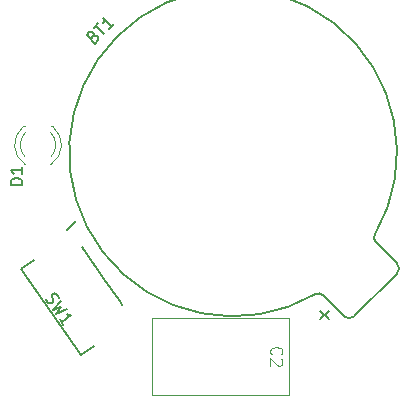
<source format=gbr>
%TF.GenerationSoftware,KiCad,Pcbnew,7.0.9*%
%TF.CreationDate,2024-04-20T20:01:19-07:00*%
%TF.ProjectId,mini_v1,6d696e69-5f76-4312-9e6b-696361645f70,rev?*%
%TF.SameCoordinates,Original*%
%TF.FileFunction,Legend,Top*%
%TF.FilePolarity,Positive*%
%FSLAX46Y46*%
G04 Gerber Fmt 4.6, Leading zero omitted, Abs format (unit mm)*
G04 Created by KiCad (PCBNEW 7.0.9) date 2024-04-20 20:01:19*
%MOMM*%
%LPD*%
G01*
G04 APERTURE LIST*
%ADD10C,0.150000*%
%ADD11C,0.100000*%
%ADD12C,0.120000*%
%ADD13C,0.152400*%
%ADD14C,0.127000*%
G04 APERTURE END LIST*
D10*
X83893819Y-47347094D02*
X82893819Y-47347094D01*
X82893819Y-47347094D02*
X82893819Y-47108999D01*
X82893819Y-47108999D02*
X82941438Y-46966142D01*
X82941438Y-46966142D02*
X83036676Y-46870904D01*
X83036676Y-46870904D02*
X83131914Y-46823285D01*
X83131914Y-46823285D02*
X83322390Y-46775666D01*
X83322390Y-46775666D02*
X83465247Y-46775666D01*
X83465247Y-46775666D02*
X83655723Y-46823285D01*
X83655723Y-46823285D02*
X83750961Y-46870904D01*
X83750961Y-46870904D02*
X83846200Y-46966142D01*
X83846200Y-46966142D02*
X83893819Y-47108999D01*
X83893819Y-47108999D02*
X83893819Y-47347094D01*
X83893819Y-45823285D02*
X83893819Y-46394713D01*
X83893819Y-46108999D02*
X82893819Y-46108999D01*
X82893819Y-46108999D02*
X83036676Y-46204237D01*
X83036676Y-46204237D02*
X83131914Y-46299475D01*
X83131914Y-46299475D02*
X83179533Y-46394713D01*
X85881504Y-56966409D02*
X85924436Y-57110743D01*
X85924436Y-57110743D02*
X86061002Y-57305780D01*
X86061002Y-57305780D02*
X86154635Y-57356481D01*
X86154635Y-57356481D02*
X86220956Y-57368175D01*
X86220956Y-57368175D02*
X86326283Y-57352556D01*
X86326283Y-57352556D02*
X86404298Y-57297930D01*
X86404298Y-57297930D02*
X86454999Y-57204296D01*
X86454999Y-57204296D02*
X86466693Y-57137976D01*
X86466693Y-57137976D02*
X86451074Y-57032648D01*
X86451074Y-57032648D02*
X86380829Y-56849306D01*
X86380829Y-56849306D02*
X86365209Y-56743978D01*
X86365209Y-56743978D02*
X86376904Y-56677658D01*
X86376904Y-56677658D02*
X86427605Y-56584024D01*
X86427605Y-56584024D02*
X86505619Y-56529398D01*
X86505619Y-56529398D02*
X86610947Y-56513779D01*
X86610947Y-56513779D02*
X86677267Y-56525473D01*
X86677267Y-56525473D02*
X86770901Y-56576174D01*
X86770901Y-56576174D02*
X86907467Y-56771210D01*
X86907467Y-56771210D02*
X86950399Y-56915545D01*
X87180598Y-57161283D02*
X86498012Y-57929895D01*
X86498012Y-57929895D02*
X87192373Y-57676227D01*
X87192373Y-57676227D02*
X86716518Y-58241953D01*
X86716518Y-58241953D02*
X87672235Y-57863413D01*
X87372033Y-59178127D02*
X87044275Y-58710040D01*
X87208154Y-58944084D02*
X88027306Y-58370507D01*
X88027306Y-58370507D02*
X87855658Y-58374432D01*
X87855658Y-58374432D02*
X87723018Y-58351044D01*
X87723018Y-58351044D02*
X87629384Y-58300343D01*
D11*
X104990819Y-61682333D02*
X104943200Y-61634714D01*
X104943200Y-61634714D02*
X104895580Y-61491857D01*
X104895580Y-61491857D02*
X104895580Y-61396619D01*
X104895580Y-61396619D02*
X104943200Y-61253762D01*
X104943200Y-61253762D02*
X105038438Y-61158524D01*
X105038438Y-61158524D02*
X105133676Y-61110905D01*
X105133676Y-61110905D02*
X105324152Y-61063286D01*
X105324152Y-61063286D02*
X105467009Y-61063286D01*
X105467009Y-61063286D02*
X105657485Y-61110905D01*
X105657485Y-61110905D02*
X105752723Y-61158524D01*
X105752723Y-61158524D02*
X105847961Y-61253762D01*
X105847961Y-61253762D02*
X105895580Y-61396619D01*
X105895580Y-61396619D02*
X105895580Y-61491857D01*
X105895580Y-61491857D02*
X105847961Y-61634714D01*
X105847961Y-61634714D02*
X105800342Y-61682333D01*
X105800342Y-62063286D02*
X105847961Y-62110905D01*
X105847961Y-62110905D02*
X105895580Y-62206143D01*
X105895580Y-62206143D02*
X105895580Y-62444238D01*
X105895580Y-62444238D02*
X105847961Y-62539476D01*
X105847961Y-62539476D02*
X105800342Y-62587095D01*
X105800342Y-62587095D02*
X105705104Y-62634714D01*
X105705104Y-62634714D02*
X105609866Y-62634714D01*
X105609866Y-62634714D02*
X105467009Y-62587095D01*
X105467009Y-62587095D02*
X104895580Y-62015667D01*
X104895580Y-62015667D02*
X104895580Y-62634714D01*
D10*
X89897312Y-34756505D02*
X90031999Y-34689161D01*
X90031999Y-34689161D02*
X90099342Y-34689161D01*
X90099342Y-34689161D02*
X90200358Y-34722833D01*
X90200358Y-34722833D02*
X90301373Y-34823848D01*
X90301373Y-34823848D02*
X90335045Y-34924864D01*
X90335045Y-34924864D02*
X90335045Y-34992207D01*
X90335045Y-34992207D02*
X90301373Y-35093222D01*
X90301373Y-35093222D02*
X90031999Y-35362596D01*
X90031999Y-35362596D02*
X89324892Y-34655490D01*
X89324892Y-34655490D02*
X89560594Y-34419787D01*
X89560594Y-34419787D02*
X89661610Y-34386116D01*
X89661610Y-34386116D02*
X89728953Y-34386116D01*
X89728953Y-34386116D02*
X89829968Y-34419787D01*
X89829968Y-34419787D02*
X89897312Y-34487131D01*
X89897312Y-34487131D02*
X89930984Y-34588146D01*
X89930984Y-34588146D02*
X89930984Y-34655490D01*
X89930984Y-34655490D02*
X89897312Y-34756505D01*
X89897312Y-34756505D02*
X89661610Y-34992207D01*
X89930984Y-34049398D02*
X90335045Y-33645337D01*
X90840121Y-34554474D02*
X90133014Y-33847368D01*
X91648243Y-33746352D02*
X91244182Y-34150413D01*
X91446213Y-33948383D02*
X90739106Y-33241276D01*
X90739106Y-33241276D02*
X90772778Y-33409635D01*
X90772778Y-33409635D02*
X90772778Y-33544322D01*
X90772778Y-33544322D02*
X90739106Y-33645337D01*
D12*
%TO.C,D1*%
X86295608Y-45614334D02*
G75*
G03*
X86452515Y-42382001I-1078608J1672334D01*
G01*
X84137001Y-42901040D02*
G75*
G03*
X84137164Y-44983129I1079999J-1040960D01*
G01*
X83981485Y-42382001D02*
G75*
G03*
X84138392Y-45614334I1235515J-1559999D01*
G01*
X86296836Y-44983129D02*
G75*
G03*
X86296999Y-42901040I-1079836J1041129D01*
G01*
X84137000Y-42382000D02*
X83981000Y-42382000D01*
X86453000Y-42382000D02*
X86297000Y-42382000D01*
D13*
%TO.C,SW1*%
X84856136Y-53685064D02*
X83742411Y-54464903D01*
X83742411Y-54464903D02*
X88826937Y-61726358D01*
X89833229Y-53908230D02*
X88899449Y-52574654D01*
X90980382Y-55546535D02*
X89833229Y-53908230D01*
X92127536Y-57184840D02*
X90980382Y-55546535D01*
X92367001Y-57526832D02*
X92127536Y-57184840D01*
X88826937Y-61726358D02*
X89940662Y-60946520D01*
D11*
%TO.C,C2*%
X106453000Y-58599000D02*
X94853000Y-58599000D01*
X94853000Y-58599000D02*
X94853000Y-65099000D01*
X94853000Y-65099000D02*
X106453000Y-65099000D01*
X106453000Y-65099000D02*
X106453000Y-58599000D01*
D14*
%TO.C,BT1*%
X87697436Y-51110101D02*
X88404543Y-50402994D01*
X109108629Y-58676144D02*
X109815736Y-57969037D01*
X109108629Y-57969037D02*
X109815736Y-58676144D01*
X109317650Y-56657778D02*
X111111368Y-58451496D01*
X112009393Y-58451496D02*
X115601496Y-54859393D01*
X113807778Y-52167650D02*
X115601496Y-53961368D01*
X109317650Y-56657778D02*
G75*
G03*
X108701392Y-56577535I-360262J-360257D01*
G01*
X113727535Y-51551392D02*
G75*
G03*
X108701392Y-56577535I-12000524J6974381D01*
G01*
X111111368Y-58451496D02*
G75*
G03*
X112009393Y-58451496I449012J449012D01*
G01*
X113727528Y-51551388D02*
G75*
G03*
X113807778Y-52167650I440521J-255991D01*
G01*
X115601495Y-54859392D02*
G75*
G03*
X115601496Y-53961368I-449012J449012D01*
G01*
%TD*%
M02*

</source>
